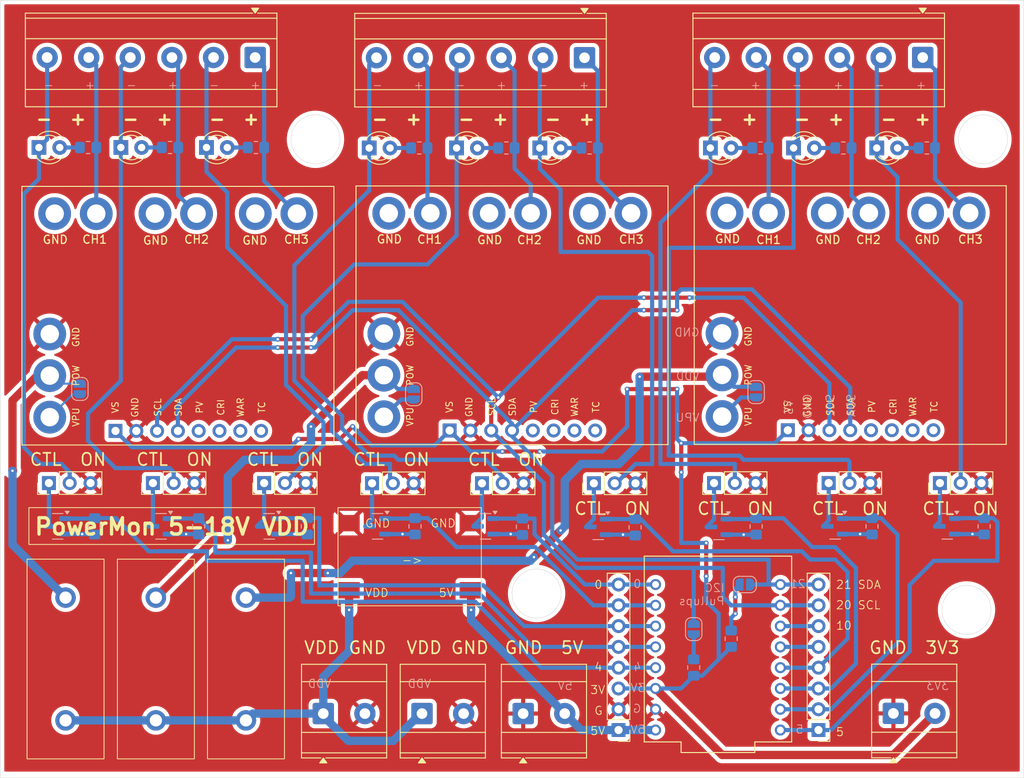
<source format=kicad_pcb>
(kicad_pcb (version 20241229) (generator "pcbnew") (generator_version "9.0")
  (layers (0 "F.Cu" signal) (2 "B.Cu" signal) (13 "F.Paste" user) (15 "B.Paste" user) (5 "F.SilkS" user "F.Silkscreen") (7 "B.SilkS" user "B.Silkscreen") (1 "F.Mask" user) (3 "B.Mask" user) (25 "Edge.Cuts" user))
  (net 0 "")
  (net 1 "Net-(D1-A)")
  (net 2 "Net-(D1-K)")
  (net 3 "Net-(D2-A)")
  (net 4 "Net-(D2-K)")
  (net 5 "Net-(D3-K)")
  (net 6 "Net-(D3-A)")
  (net 7 "Net-(D4-K)")
  (net 8 "Net-(D4-A)")
  (net 9 "Net-(D5-A)")
  (net 10 "Net-(D5-K)")
  (net 11 "Net-(D6-A)")
  (net 12 "Net-(D6-K)")
  (net 13 "Net-(D7-A)")
  (net 14 "Net-(D7-K)")
  (net 15 "Net-(D8-A)")
  (net 16 "Net-(D8-K)")
  (net 17 "Net-(D9-K)")
  (net 18 "Net-(D9-A)")
  (net 19 "Net-(J1-Pin_3)")
  (net 20 "Net-(J1-Pin_1)")
  (net 21 "Net-(J1-Pin_5)")
  (net 22 "GND")
  (net 23 "Net-(J2-Pin_1)")
  (net 24 "Net-(J3-Pin_1)")
  (net 25 "Net-(J4-Pin_1)")
  (net 26 "Net-(J5-Pin_3)")
  (net 27 "Net-(J5-Pin_1)")
  (net 28 "Net-(J5-Pin_5)")
  (net 29 "Net-(J6-Pin_1)")
  (net 30 "Net-(J7-Pin_1)")
  (net 31 "Net-(J8-Pin_1)")
  (net 32 "Net-(J9-Pin_5)")
  (net 33 "Net-(J9-Pin_1)")
  (net 34 "Net-(J9-Pin_3)")
  (net 35 "Net-(J10-Pin_1)")
  (net 36 "Net-(J11-Pin_1)")
  (net 37 "Net-(J12-Pin_1)")
  (net 38 "P0")
  (net 39 "P2")
  (net 40 "P1")
  (net 41 "P3")
  (net 42 "P5")
  (net 43 "P4")
  (net 44 "P6")
  (net 45 "P8")
  (net 46 "P7")
  (net 47 "P9")
  (net 48 "P10")
  (net 49 "+3V3")
  (net 62 "+5V")
  (net 63 "+12V")
  (net 64 "Net-(JP1-B)")
  (net 65 "Net-(JP2-B)")
  (net 66 "Net-(JP3-B)")
  (net 67 "Net-(JP1-A)")
  (net 68 "Net-(JP2-A)")
  (net 69 "Net-(JP3-A)")
  (net 76 "unconnected-(U1-CH3_GND-Pad14)")
  (net 78 "unconnected-(U3-CH3_GND-Pad14)")
  (net 79 "P21")
  (net 80 "P20")
  (net 81 "Net-(JP8-A)")
  (net 82 "Net-(JP12-A)")
  (footprint "Connector_PinHeader_2.54mm:PinHeader_1x03_P2.54mm_Vertical" (layer "F.Cu") (at 109.67 76.5 90)
    (property "Reference" "J10" (hide yes))
    (property "Value" "Conn_01x03_Pin" (hide yes))
  )
  (footprint "LED_THT:LED_D3.0mm" (layer "F.Cu") (at 88.392 35.56)
    (property "Reference" "D4" (hide yes))
    (property "Value" "LED")
  )
  (footprint "custom_footprints:INA3221_Module" (layer "F.Cu") (at 45.48 56.76 180)
    (property "Reference" "U1" (hide yes))
    (property "Value" "~")
  )
  (footprint "Connector_PinHeader_2.54mm:PinHeader_1x03_P2.54mm_Vertical" (layer "F.Cu") (at 81.33 76.53 90)
    (property "Reference" "J7" (hide yes))
    (property "Value" "Conn_01x03_Pin" (hide yes))
  )
  (footprint "Connector_PinHeader_2.54mm:PinHeader_1x03_P2.54mm_Vertical" (layer "F.Cu") (at 123.67 76.5 90)
    (property "Reference" "J11" (hide yes))
    (property "Value" "Conn_01x03_Pin" (hide yes))
  )
  (footprint "LED_THT:LED_D3.0mm" (layer "F.Cu") (at 27.23 35.5)
    (property "Reference" "D3" (hide yes))
    (property "Value" "LED")
  )
  (footprint "TerminalBlock_Phoenix:TerminalBlock_Phoenix_MKDS-3-2-5.08_1x02_P5.08mm_Horizontal" (layer "F.Cu") (at 61.955 104.6675)
    (property "Reference" "J18" (hide yes))
    (property "Value" "Conn_01x02_Pin" (hide yes))
  )
  (footprint "Connector_PinHeader_2.54mm:PinHeader_1x03_P2.54mm_Vertical" (layer "F.Cu") (at 41.148 76.5 90)
    (property "Reference" "J3" (hide yes))
    (property "Value" "Conn_01x03_Pin" (hide yes))
  )
  (footprint "Connector_PinHeader_2.54mm:PinHeader_1x03_P2.54mm_Vertical" (layer "F.Cu") (at 67.91 76.53 90)
    (property "Reference" "J6" (hide yes))
    (property "Value" "Conn_01x03_Pin" (hide yes))
  )
  (footprint "TerminalBlock_Phoenix:TerminalBlock_Phoenix_MKDS-3-2-5.08_1x02_P5.08mm_Horizontal" (layer "F.Cu") (at 74.008 104.6675)
    (property "Reference" "J17" (hide yes))
    (property "Value" "Conn_01x02_Pin" (hide yes))
  )
  (footprint "LED_THT:LED_D3.0mm" (layer "F.Cu") (at 37.23 35.5)
    (property "Reference" "D2" (hide yes))
    (property "Value" "LED")
  )
  (footprint "Connector_PinHeader_2.54mm:PinHeader_1x08_P2.54mm_Vertical" (layer "F.Cu") (at 98.008 106.68 180)
    (property "Reference" "J22" (hide yes))
    (property "Value" "Conn_01x08_Pin" (hide yes))
  )
  (footprint "Connector_PinHeader_2.54mm:PinHeader_1x08_P2.54mm_Vertical" (layer "F.Cu") (at 122.428 106.68 180)
    (property "Reference" "J21" (hide yes))
    (property "Value" "Conn_01x08_Pin" (hide yes))
  )
  (footprint "custom_footprints:MODULE_ESP32-C3_SUPERMINI_TH" (layer "F.Cu") (at 110.148 96.78 180)
    (property "Reference" "U5" (hide yes))
    (property "Value" "ESP32-C3_SUPERMINI_TH" (hide yes))
  )
  (footprint "LED_THT:LED_D3.0mm" (layer "F.Cu") (at 109.22 35.56)
    (property "Reference" "D9" (hide yes))
    (property "Value" "LED")
  )
  (footprint "TerminalBlock_Phoenix:TerminalBlock_Phoenix_MKDS-3-2-5.08_1x02_P5.08mm_Horizontal" (layer "F.Cu") (at 131.572 104.648)
    (property "Reference" "J20" (hide yes))
    (property "Value" "Conn_01x02_Pin" (hide yes))
  )
  (footprint "custom_footprints:Fuse Holder 15mm pin distance 5x20" (layer "F.Cu") (at 52.508 98 -90)
    (property "Reference" "F3" (hide yes))
    (property "Value" "Fuse")
  )
  (footprint "Connector_PinHeader_2.54mm:PinHeader_1x03_P2.54mm_Vertical" (layer "F.Cu") (at 137.25 76.5 90)
    (property "Reference" "J12" (hide yes))
    (property "Value" "Conn_01x03_Pin" (hide yes))
  )
  (footprint "LED_THT:LED_D3.0mm" (layer "F.Cu") (at 129.54 35.56)
    (property "Reference" "D7" (hide yes))
    (property "Value" "LED")
  )
  (footprint "custom_footprints:INA3221_Module" (layer "F.Cu") (at 127.58 56.68 180)
    (property "Reference" "U3" (hide yes))
    (property "Value" "~")
  )
  (footprint "LED_THT:LED_D3.0mm" (layer "F.Cu") (at 67.564 35.56)
    (property "Reference" "D6" (hide yes))
    (property "Value" "LED")
  )
  (footprint "LED_THT:LED_D3.0mm" (layer "F.Cu") (at 78.232 35.56)
    (property "Reference" "D5" (hide yes))
    (property "Value" "LED")
  )
  (footprint "custom_footprints:DC_DC_3A_Mini_Aliexpress" (layer "F.Cu") (at 72.5 85.5 90)
    (property "Reference" "U6" (hide yes))
    (property "Value" "~" (hide yes))
  )
  (footprint "TerminalBlock_Phoenix:TerminalBlock_Phoenix_MKDS-3-2-5.08_1x02_P5.08mm_Horizontal" (layer "F.Cu") (at 86.36 104.6675)
    (property "Reference" "J19" (hide yes))
    (property "Value" "Conn_01x02_Pin" (hide yes))
  )
  (footprint "LED_THT:LED_D3.0mm" (layer "F.Cu") (at 47.69 35.5)
    (property "Reference" "D1" (hide yes))
    (property "Value" "LED")
  )
  (footprint "TerminalBlock_Phoenix:TerminalBlock_Phoenix_MKDS-3-6-5.08_1x06_P5.08mm_Horizontal" (layer "F.Cu") (at 53.63 24.5 180)
    (property "Reference" "J1" (hide yes))
    (property "Value" "Screw_Terminal_01x06" (hide yes))
  )
  (footprint "custom_footprints:Fuse Holder 15mm pin distance 5x20" (layer "F.Cu") (at 30.48 98 -90)
    (property "Reference" "F1" (hide yes))
    (property "Value" "Fuse")
  )
  (footprint "TerminalBlock_Phoenix:TerminalBlock_Phoenix_MKDS-3-6-5.08_1x06_P5.08mm_Horizontal" (layer "F.Cu") (at 93.85 24.53 180)
    (property "Reference" "J5" (hide yes))
    (property "Value" "Screw_Terminal_01x06" (hide yes))
  )
  (footprint "custom_footprints:Fuse Holder 15mm pin distance 5x20" (layer "F.Cu") (at 41.508 98 -90)
    (property "Reference" "F2" (hide yes))
    (property "Value" "Fuse")
  )
  (footprint "Connector_PinHeader_2.54mm:PinHeader_1x03_P2.54mm_Vertical" (layer "F.Cu") (at 94.996 76.53 90)
    (property "Reference" "J8" (hide yes))
    (property "Value" "Conn_01x03_Pin" (hide yes))
  )
  (footprint "Connector_PinHeader_2.54mm:PinHeader_1x03_P2.54mm_Vertical" (layer "F.Cu") (at 54.73 76.5 90)
    (property "Reference" "J4" (hide yes))
    (property "Value" "Conn_01x03_Pin" (hide yes))
  )
  (footprint "LED_THT:LED_D3.0mm" (layer "F.Cu") (at 119.38 35.56)
    (property "Reference" "D8" (hide yes))
    (property "Value" "LED")
  )
  (footprint "Connector_PinHeader_2.54mm:PinHeader_1x03_P2.54mm_Vertical" (layer "F.Cu") (at 28.448 76.5 90)
    (property "Reference" "J2" (hide yes))
    (property "Value" "Conn_01x03_Pin" (hide yes))
  )
  (footprint "TerminalBlock_Phoenix:TerminalBlock_Phoenix_MKDS-3-6-5.08_1x06_P5.08mm_Horizontal" (layer "F.Cu") (at 135.15 24.5 180)
    (property "Reference" "J9" (hide yes))
    (property "Value" "Screw_Terminal_01x06" (hide yes))
  )
  (footprint "custom_footprints:INA3221_Module" (layer "F.Cu") (at 86.28 56.71 180)
    (property "Reference" "U2" (hide yes))
    (property "Value" "~")
  )
  (footprint "Jumper:SolderJumper-2_P1.3mm_Open_RoundedPad1.0x1.5mm" (layer "B.Cu") (at 107.188 94.346 90)
    (property "Reference" "JP8" (hide yes))
    (property "Value" "SolderJumper_2_Open" (hide yes))
  )
  (footprint "Resistor_SMD:R_0805_2012Metric_Pad1.20x1.40mm_HandSolder" (layer "B.Cu") (at 142.652 81.788 90)
    (property "Reference" "R25" (hide yes))
    (property "Value" "10k")
  )
  (footprint "Resistor_SMD:R_0805_2012Metric_Pad1.20x1.40mm_HandSolder" (layer "B.Cu") (at 84.312 35.56 180)
    (property "Reference" "R5" (hide yes))
    (property "Value" "R")
  )
  (footprint "Package_TO_SOT_SMD:SOT-23" (layer "B.Cu") (at 81.764 81.788 180)
    (property "Reference" "Q2" (hide yes))
    (property "Value" "Si2302CDS" (hide yes))
  )
  (footprint "Resistor_SMD:R_0805_2012Metric_Pad1.20x1.40mm_HandSolder" (layer "B.Cu") (at 73.676 35.56 180)
    (property "Reference" "R6" (hide yes))
    (property "Value" "R")
  )
  (footprint "Resistor_SMD:R_0805_2012Metric_Pad1.20x1.40mm_HandSolder" (layer "B.Cu") (at 60 81.788 90)
    (property "Reference" "R23" (hide yes))
    (property "Value" "10k")
  )
  (footprint "Resistor_SMD:R_0805_2012Metric_Pad1.20x1.40mm_HandSolder" (layer "B.Cu") (at 86.264 81.838 90)
    (property "Reference" "R19" (hide yes))
    (property "Value" "10k")
  )
  (footprint "Jumper:SolderJumper-2_P1.3mm_Open_RoundedPad1.0x1.5mm" (layer "B.Cu") (at 114.808 65.39 90)
    (property "Reference" "JP3" (hide yes))
    (property "Value" "SolderJumper_2_Open" (hide yes))
  )
  (footprint "Jumper:SolderJumper-2_P1.3mm_Open_RoundedPad1.0x1.5mm" (layer "B.Cu") (at 32.23 65 90)
    (property "Reference" "JP1" (hide yes))
    (property "Value" "SolderJumper_2_Open" (hide yes))
  )
  (footprint "Package_TO_SOT_SMD:SOT-23" (layer "B.Cu") (at 110.26 81.854 180)
    (property "Reference" "Q12" (hide yes))
    (property "Value" "Si2302CDS" (hide yes))
  )
  (footprint "custom_footprints:R_0805_2012Metric_Pad1.20x1.40mm_HandSolder" (layer "B.Cu") (at 107.188 99.044 -90)
    (property "Reference" "R20" (hide yes))
    (property "Value" "4k7" (hide yes))
  )
  (footprint "Package_TO_SOT_SMD:SOT-23" (layer "B.Cu") (at 68.58 81.788 180)
    (property "Reference" "Q11" (hide yes))
    (property "Value" "Si2302CDS" (hide yes))
  )
  (footprint "Resistor_SMD:R_0805_2012Metric_Pad1.20x1.40mm_HandSolder" (layer "B.Cu") (at 115.332 35.56 180)
    (property "Reference" "R9" (hide yes))
    (property "Value" "R")
  )
  (footprint "Package_TO_SOT_SMD:SOT-23" (layer "B.Cu") (at 95.528 81.854 180)
    (property "Reference" "Q5" (hide yes))
    (property "Value" "Si2302CDS" (hide yes))
  )
  (footprint "Resistor_SMD:R_0805_2012Metric_Pad1.20x1.40mm_HandSolder" (layer "B.Cu") (at 100.028 81.904 90)
    (property "Reference" "R24" (hide yes))
    (property "Value" "10k")
  )
  (footprint "Resistor_SMD:R_0805_2012Metric_Pad1.20x1.40mm_HandSolder" (layer "B.Cu") (at 53.73 35.5 180)
    (property "Reference" "R1" (hide yes))
    (property "Value" "R")
  )
  (footprint "Resistor_SMD:R_0805_2012Metric_Pad1.20x1.40mm_HandSolder" (layer "B.Cu") (at 114.808 81.804 90)
    (property "Reference" "R15" (hide yes))
    (property "Value" "10k")
  )
  (footprint "Package_TO_SOT_SMD:SOT-23" (layer "B.Cu") (at 138.152 81.788 180)
    (property "Reference" "Q6" (hide yes))
    (property "Value" "Si2302CDS" (hide yes))
  )
  (footprint "Resistor_SMD:R_0805_2012Metric_Pad1.20x1.40mm_HandSolder" (layer "B.Cu") (at 125.46 35.56 180)
    (property "Reference" "R8" (hide yes))
    (property "Value" "R")
  )
  (footprint "custom_footprints:R_0805_2012Metric_Pad1.20x1.40mm_HandSolder" (layer "B.Cu") (at 111.76 95.52 -90)
    (property "Reference" "R16" (hide yes))
    (property "Value" "4k7" (hide yes))
  )
  (footprint "Package_TO_SOT_SMD:SOT-23" (layer "B.Cu") (at 29.516 81.788 180)
    (property "Reference" "Q10" (hide yes))
    (property "Value" "Si2302CDS" (hide yes))
  )
  (footprint "Resistor_SMD:R_0805_2012Metric_Pad1.20x1.40mm_HandSolder" (layer "B.Cu") (at 34.036 81.788 90)
    (property "Reference" "R13" (hide yes))
    (property "Value" "10k")
  )
  (footprint "Resistor_SMD:R_0805_2012Metric_Pad1.20x1.40mm_HandSolder" (layer "B.Cu") (at 73.152 81.788 90)
    (property "Reference" "R14" (hide yes))
    (property "Value" "10k")
  )
  (footprint "Resistor_SMD:R_0805_2012Metric_Pad1.20x1.40mm_HandSolder" (layer "B.Cu") (at 43.23 35.5 180)
    (property "Reference" "R2" (hide yes))
    (property "Value" "R")
  )
  (footprint "Resistor_SMD:R_0805_2012Metric_Pad1.20x1.40mm_HandSolder" (layer "B.Cu") (at 33.23 35.5 180)
    (property "Reference" "R3" (hide yes))
    (property "Value" "R")
  )
  (footprint "Jumper:SolderJumper-2_P1.3mm_Open_RoundedPad1.0x1.5mm" (layer "B.Cu") (at 113.426 88.9)
    (property "Reference" "JP12" (hide yes))
    (property "Value" "SolderJumper_2_Open" (hide yes))
  )
  (footprint "Package_TO_SOT_SMD:SOT-23" (layer "B.Cu") (at 42.14 81.788 180)
    (property "Reference" "Q1" (hide yes))
    (property "Value" "Si2302CDS" (hide yes))
  )
  (footprint "Package_TO_SOT_SMD:SOT-23" (layer "B.Cu") (at 124.46 81.788 180)
    (property "Reference" "Q3" (hide yes))
    (property "Value" "Si2302CDS" (hide yes))
  )
  (footprint "Resistor_SMD:R_0805_2012Metric_Pad1.20x1.40mm_HandSolder" (layer "B.Cu") (at 128.96 81.788 90)
    (property "Reference" "R21" (hide yes))
    (property "Value" "10k")
  )
  (footprint "Resistor_SMD:R_0805_2012Metric_Pad1.20x1.40mm_HandSolder" (layer "B.Cu") (at 94.472 35.56 180)
    (property "Reference" "R4" (hide yes))
    (property "Value" "R")
  )
  (footprint "Resistor_SMD:R_0805_2012Metric_Pad1.20x1.40mm_HandSolder" (layer "B.Cu") (at 46.736 81.788 90)
    (property "Reference" "R18" (hide yes))
    (property "Value" "10k")
  )
  (footprint "Package_TO_SOT_SMD:SOT-23" (layer "B.Cu") (at 55.348 81.788 180)
    (property "Reference" "Q4" (hide yes))
    (property "Value" "Si2302CDS" (hide yes))
  )
  (footprint "Resistor_SMD:R_0805_2012Metric_Pad1.20x1.40mm_HandSolder" (layer "B.Cu") (at 135.652 35.56 180)
    (property "Reference" "R7" (hide yes))
    (property "Value" "R")
  )
  (footprint "Jumper:SolderJumper-2_P1.3mm_Open_RoundedPad1.0x1.5mm" (layer "B.Cu") (at 73 65.65 90)
    (property "Reference" "JP2" (hide yes))
    (property "Value" "SolderJumper_2_Open" (hide yes))
  )
  (gr_rect (start 26 79.5) (end 60.866 84) (stroke (width 0.1)) (fill no) (layer "F.SilkS"))
  (gr_circle (center 88 90) (end 91 90) (stroke (width 0.05)) (fill no) (layer "Edge.Cuts"))
  (gr_circle (center 140.5 92) (end 143.5 92) (stroke (width 0.05)) (fill no) (layer "Edge.Cuts"))
  (gr_rect (start 22.5 17.5) (end 147.5 112.5) (stroke (width 0.05)) (fill no) (layer "Edge.Cuts"))
  (gr_circle (center 61 34.5) (end 64 34.5) (stroke (width 0.05)) (fill no) (layer "Edge.Cuts"))
  (gr_circle (center 142.5 34.5) (end 145.5 34.5) (stroke (width 0.05)) (fill no) (layer "Edge.Cuts"))
  (gr_text "CTL  ON" (at 92.5 80.5 0) (layer "F.SilkS") (effects (font (size 1.5 1.5) (thickness 0.2) (bold yes)) (justify left bottom)))
  (gr_text "GND" (at 75 82 0) (layer "F.SilkS") (effects (font (size 1 1) (thickness 0.1)) (justify left bottom)))
  (gr_text "-  +    -  +    -  +" (at 40.5 32 0) (layer "F.SilkS") (effects (font (size 1.5 1.5) (thickness 0.3) (bold yes))))
  (gr_text "G" (at 94.996 104.902 0) (layer "F.SilkS") (effects (font (size 1 1) (thickness 0.1)) (justify left bottom)))
  (gr_text "PowerMon 5-18V VDD" (at 26.5 83 0) (layer "F.SilkS") (effects (font (size 2 2) (thickness 0.4) (bold yes)) (justify left bottom)))
  (gr_text "5V" (at 94.5 107.37 0) (layer "F.SilkS") (effects (font (size 1 1) (thickness 0.1)) (justify left bottom)))
  (gr_text "VDD GND" (at 59.5 97.5 0) (layer "F.SilkS") (effects (font (size 1.5 1.5) (thickness 0.2) (bold yes)) (justify left bottom)))
  (gr_text "CTL  ON" (at 79.5 74.5 0) (layer "F.SilkS") (effects (font (size 1.5 1.5) (thickness 0.2) (bold yes)) (justify left bottom)))
  (gr_text "VDD GND" (at 72 97.5 0) (layer "F.SilkS") (effects (font (size 1.5 1.5) (thickness 0.2) (bold yes)) (justify left bottom)))
  (gr_text "20 SCL" (at 124.5 92 0) (layer "F.SilkS") (effects (font (size 1 1) (thickness 0.1)) (justify left bottom)))
  (gr_text "21 SDA" (at 124.5 89.5 0) (layer "F.SilkS") (effects (font (size 1 1) (thickness 0.1)) (justify left bottom)))
  (gr_text "GND" (at 67 82 0) (layer "F.SilkS") (effects (font (size 1 1) (thickness 0.1)) (justify left bottom)))
  (gr_text "CTL  ON" (at 52.5 74.5 0) (layer "F.SilkS") (effects (font (size 1.5 1.5) (thickness 0.2) (bold yes)) (justify left bottom)))
  (gr_text "CTL  ON" (at 135 80.5 0) (layer "F.SilkS") (effects (font (size 1.5 1.5) (thickness 0.2) (bold yes)) (justify left bottom)))
  (gr_text "CTL  ON" (at 26 74.5 0) (layer "F.SilkS") (effects (font (size 1.5 1.5) (thickness 0.2) (bold yes)) (justify left bottom)))
  (gr_text "CTL  ON" (at 107.5 80.5 0) (layer "F.SilkS") (effects (font (size 1.5 1.5) (thickness 0.2) (bold yes)) (justify left bottom)))
  (gr_text "->" (at 71.5 86.5 0) (layer "F.SilkS") (effects (font (size 1 1) (thickness 0.1)) (justify left bottom)))
  (gr_text "GND  5V" (at 84 97.5 0) (layer "F.SilkS") (effects (font (size 1.5 1.5) (thickness 0.2) (bold yes)) (justify left bottom)))
  (gr_text "-  +    -  +    -  +" (at 81.5 32 0) (layer "F.SilkS") (effects (font (size 1.5 1.5) (thickness 0.3) (bold yes))))
  (gr_text "5V" (at 76 90.5 0) (layer "F.SilkS") (effects (font (size 1 1) (thickness 0.1)) (justify left bottom)))
  (gr_text "VDD" (at 67 90.5 0) (layer "F.SilkS") (effects (font (size 1 1) (thickness 0.1)) (justify left bottom)))
  (gr_text "10" (at 124.5 94.5 0) (layer "F.SilkS") (effects (font (size 1 1) (thickness 0.1)) (justify left bottom)))
  (gr_text "4" (at 94.996 99.568 0) (layer "F.SilkS") (effects (font (size 1 1) (thickness 0.1)) (justify left bottom)))
  (gr_text "GND  3V3" (at 128.5 97.5 0) (layer "F.SilkS") (effects (font (size 1.5 1.5) (thickness 0.2) (bold yes)) (justify left bottom)))
  (gr_text "CTL  ON" (at 121.5 80.5 0) (layer "F.SilkS") (effects (font (size 1.5 1.5) (thickness 0.2) (bold yes)) (justify left bottom)))
  (gr_text "CTL  ON" (at 39 74.5 0) (layer "F.SilkS") (effects (font (size 1.5 1.5) (thickness 0.2) (bold yes)) (justify left bottom)))
  (gr_text "3V" (at 94.5 102.362 0) (layer "F.SilkS") (effects (font (size 1 1) (thickness 0.1)) (justify left bottom)))
  (gr_text "0" (at 95 89.5 0) (layer "F.SilkS") (effects (font (size 1 1) (thickness 0.1)) (justify left bottom)))
  (gr_text "CTL  ON" (at 65.5 74.5 0) (layer "F.SilkS") (effects (font (size 1.5 1.5) (thickness 0.2) (bold yes)) (justify left bottom)))
  (gr_text "5" (at 124.5 107.5 0) (layer "F.SilkS") (effects (font (size 1 1) (thickness 0.1)) (justify left bottom)))
  (gr_text "-  +    -  +    -  +" (at 122.5 32 0) (layer "F.SilkS") (effects (font (size 1.5 1.5) (thickness 0.3) (bold yes))))
  (gr_text "+     -     +     -     +     -" (at 94.488 28.448 0) (layer "B.SilkS") (effects (font (size 1 1) (thickness 0.1)) (justify left bottom mirror)))
  (gr_text "+     -     +     -     +     -" (at 54.356 28.448 0) (layer "B.SilkS") (effects (font (size 1 1) (thickness 0.1)) (justify left bottom mirror)))
  (gr_text "VDD" (at 107.95 64.008 0) (layer "B.SilkS") (effects (font (size 1 1) (thickness 0.1)) (justify left bottom mirror)))
  (gr_text "3V" (at 101.346 102.108 0) (layer "B.SilkS") (effects (font (size 1 1) (thickness 0.1)) (justify left bottom mirror)))
  (gr_text "21" (at 120.904 89.408 0) (layer "B.SilkS") (effects (font (size 1 1) (thickness 0.1)) (justify left bottom mirror)))
  (gr_text "3V3" (at 138.43 101.854 0) (layer "B.SilkS") (effects (font (size 1 1) (thickness 0.1)) (justify left bottom mirror)))
  (gr_text "5V" (at 101.346 107.188 0) (layer "B.SilkS") (effects (font (size 1 1) (thickness 0.1)) (justify left bottom mirror)))
  (gr_text "I2C\nPullups" (at 111.025 91.5 0) (layer "B.SilkS") (effects (font (size 1 1) (thickness 0.1)) (justify left bottom mirror)))
  (gr_text "4" (at 100.838 99.568 0) (layer "B.SilkS") (effects (font (size 1 1) (thickness 0.1)) (justify left bottom mirror)))
  (gr_text "VDD" (at 75.184 101.6 0) (layer "B.SilkS") (effects (font (size 1 1) (thickness 0.1)) (justify left bottom mirror)))
  (gr_text "0" (at 100.838 89.408 0) (layer "B.SilkS") (effects (font (size 1 1) (thickness 0.1)) (justify left bottom mirror)))
  (gr_text "GND" (at 121.666 65.532 90) (layer "B.SilkS") (effects (font (size 1 1) (thickness 0.1)) (justify left bottom mirror)))
  (gr_text "+     -     +     -     +     -" (at 135.636 28.448 0) (layer "B.SilkS") (effects (font (size 1 1) (thickness 0.1)) (justify left bottom mirror)))
  (gr_text "G" (at 100.838 104.648 0) (layer "B.SilkS") (effects (font (size 1 1) (thickness 0.1)) (justify left bottom mirror)))
  (gr_text "GND" (at 107.95 58.674 0) (layer "B.SilkS") (effects (font (size 1 1) (thickness 0.1)) (justify left bottom mirror)))
  (gr_text "SDA" (at 127 65.532 90) (layer "B.SilkS") (effects (font (size 1 1) (thickness 0.1)) (justify left bottom mirror)))
  (gr_text "5V" (at 92.456 101.854 0) (layer "B.SilkS") (effects (font (size 1 1) (thickness 0.1)) (justify left bottom mirror)))
  (gr_text "VPU" (at 107.95 69.088 0) (layer "B.SilkS") (effects (font (size 1 1) (thickness 0.1)) (justify left bottom mirror)))
  (gr_text "5" (at 120.65 107.188 0) (layer "B.SilkS") (effects (font (size 1 1) (thickness 0.1)) (justify left bottom mirror)))
  (gr_text "SCL" (at 124.46 65.532 90) (layer "B.SilkS") (effects (font (size 1 1) (thickness 0.1)) (justify left bottom mirror)))
  (gr_text "VS" (at 119.38 66.294 90) (layer "B.SilkS") (effects (font (size 1 1) (thickness 0.1)) (justify left bottom mirror)))
  (gr_text "VDD" (at 62.992 101.6 0) (layer "B.SilkS") (effects (font (size 1 1) (thickness 0.1)) (justify left bottom mirror)))
  (segment (start 50.23 35.5) (end 52.73 35.5) (width 0.508) (layer "B.Cu") (net 1))
  (segment (start 50.23 41) (end 47.69 38.46) (width 0.508) (layer "B.Cu") (net 2))
  (segment (start 57.404 64.50934) (end 57.404 54.864) (width 0.508) (layer "B.Cu") (net 2))
  (segment (start 47.69 25.36) (end 48.55 24.5) (width 0.508) (layer "B.Cu") (net 2))
  (segment (start 47.69 38.46) (end 47.69 35.5) (width 0.508) (layer "B.Cu") (net 2))
  (segment (start 61.976 69.08134) (end 57.404 64.50934) (width 0.508) (layer "B.Cu") (net 2))
  (segment (start 47.69 35.5) (end 47.69 25.36) (width 0.508) (layer "B.Cu") (net 2))
  (segment (start 57.27 76.5) (end 61.976 71.794) (width 0.508) (layer "B.Cu") (net 2))
  (segment (start 57.404 54.864) (end 50.23 47.69) (width 0.508) (layer "B.Cu") (net 2))
  (segment (start 50.23 47.69) (end 50.23 41) (width 0.508) (layer "B.Cu") (net 2))
  (segment (start 61.976 71.794) (end 61.976 69.08134) (width 0.508) (layer "B.Cu") (net 2))
  (segment (start 39.77 35.5) (end 42.23 35.5) (width 0.508) (layer "B.Cu") (net 3))
  (segment (start 43.688 76.5) (end 43.688 75.184) (width 0.508) (layer "B.Cu") (net 4))
  (segment (start 37.23 25.66) (end 38.39 24.5) (width 0.508) (layer "B.Cu") (net 4))
  (segment (start 43.18 74.676) (end 36.576 74.676) (width 0.508) (layer "B.Cu") (net 4))
  (segment (start 37.23 35.5) (end 37.23 25.66) (width 0.508) (layer "B.Cu") (net 4))
  (segment (start 43.688 75.184) (end 43.18 74.676) (width 0.508) (layer "B.Cu") (net 4))
  (segment (start 33.23 68) (end 37.23 64) (width 0.508) (layer "B.Cu") (net 4))
  (segment (start 36.576 74.676) (end 33.23 71.33) (width 0.508) (layer "B.Cu") (net 4))
  (segment (start 33.23 71.33) (end 33.23 68) (width 0.508) (layer "B.Cu") (net 4))
  (segment (start 37.23 64) (end 37.23 34.08) (width 0.508) (layer "B.Cu") (net 4))
  (segment (start 28.23 24.5) (end 28.23 34.5) (width 0.508) (layer "B.Cu") (net 5))
  (segment (start 29.972 74.168) (end 27.432 74.168) (width 0.508) (layer "B.Cu") (net 5))
  (segment (start 28.23 34.5) (end 27.23 35.5) (width 0.508) (layer "B.Cu") (net 5))
  (segment (start 25.4 41.148) (end 27.23 39.318) (width 0.508) (layer "B.Cu") (net 5))
  (segment (start 30.988 76.5) (end 30.988 75.184) (width 0.508) (layer "B.Cu") (net 5))
  (segment (start 25.4 72.136) (end 25.4 41.148) (width 0.508) (layer "B.Cu") (net 5))
  (segment (start 27.23 39.318) (end 27.23 35.5) (width 0.508) (layer "B.Cu") (net 5))
  (segment (start 30.988 75.184) (end 29.972 74.168) (width 0.508) (layer "B.Cu") (net 5))
  (segment (start 27.432 74.168) (end 25.4 72.136) (width 0.508) (layer "B.Cu") (net 5))
  (segment (start 29.77 35.5) (end 32.23 35.5) (width 0.508) (layer "B.Cu") (net 6))
  (segment (start 88.392 38.1) (end 88.392 35.56) (width 0.508) (layer "B.Cu") (net 7))
  (segment (start 90.932 48.26) (end 90.932 40.64) (width 0.508) (layer "B.Cu") (net 7))
  (segment (start 102.108 74.168) (end 102.108 48.768) (width 0.508) (layer "B.Cu") (net 7))
  (segment (start 88.392 35.56) (end 88.392 24.908) (width 0.508) (layer "B.Cu") (net 7))
  (segment (start 101.6 48.26) (end 90.932 48.26) (width 0.508) (layer "B.Cu") (net 7))
  (segment (start 88.392 24.908) (end 88.77 24.53) (width 0.508) (layer "B.Cu") (net 7))
  (segment (start 102.108 48.768) (end 101.6 48.26) (width 0.508) (layer "B.Cu") (net 7))
  (segment (start 100.076 74.168) (end 102.108 74.168) (width 0.508) (layer "B.Cu") (net 7))
  (segment (start 97.536 76.53) (end 97.714 76.53) (width 0.508) (layer "B.Cu") (net 7))
  (segment (start 90.932 40.64) (end 88.392 38.1) (width 0.508) (layer "B.Cu") (net 7))
  (segment (start 97.714 76.53) (end 100.076 74.168) (width 0.508) (layer "B.Cu") (net 7))
  (segment (start 90.932 35.56) (end 93.472 35.56) (width 0.508) (layer "B.Cu") (net 8))
  (segment (start 80.772 35.56) (end 83.312 35.56) (width 0.508) (layer "B.Cu") (net 9))
  (segment (start 59.436 56.081) (end 59.436 63.5) (width 0.508) (layer "B.Cu") (net 10))
  (segment (start 83.87 75.742) (end 83.87 76.53) (width 0.508) (layer "B.Cu") (net 10))
  (segment (start 65.733 49.784) (end 59.436 56.081) (width 0.508) (layer "B.Cu") (net 10))
  (segment (start 64.262 69.85) (end 67.564 73.152) (width 0.508) (layer "B.Cu") (net 10))
  (segment (start 64.262 68.326) (end 64.262 69.85) (width 0.508) (layer "B.Cu") (net 10))
  (segment (start 70.612 73.152) (end 71.12 73.66) (width 0.508) (layer "B.Cu") (net 10))
  (segment (start 74.676 49.784) (end 65.733 49.784) (width 0.508) (layer "B.Cu") (net 10))
  (segment (start 59.436 63.5) (end 64.262 68.326) (width 0.508) (layer "B.Cu") (net 10))
  (segment (start 78.232 24.908) (end 78.61 24.53) (width 0.508) (layer "B.Cu") (net 10))
  (segment (start 78.232 46.228) (end 74.676 49.784) (width 0.508) (layer "B.Cu") (net 10))
  (segment (start 78.232 35.56) (end 78.232 24.908) (width 0.508) (layer "B.Cu") (net 10))
  (segment (start 67.564 73.152) (end 70.612 73.152) (width 0.508) (layer "B.Cu") (net 10))
  (segment (start 71.12 73.66) (end 81.788 73.66) (width 0.508) (layer "B.Cu") (net 10))
  (segment (start 81.788 73.66) (end 83.87 75.742) (width 0.508) (layer "B.Cu") (net 10))
  (segment (start 78.232 35.56) (end 78.232 46.228) (width 0.508) (layer "B.Cu") (net 10))
  (segment (start 70.104 35.56) (end 72.676 35.56) (width 0.508) (layer "B.Cu") (net 11))
  (segment (start 70.104 74.168) (end 70.104 76.53) (width 0.508) (layer "B.Cu") (net 12))
  (segment (start 70.104 76.53) (end 70.45 76.53) (width 0.508) (layer "B.Cu") (net 12))
  (segment (start 67.564 25.416) (end 68.45 24.53) (width 0.508) (layer "B.Cu") (net 12))
  (segment (start 67.564 40.740784) (end 58.42 49.884784) (width 0.508) (layer "B.Cu") (net 12))
  (segment (start 67.564 35.56) (end 67.564 25.416) (width 0.508) (layer "B.Cu") (net 12))
  (segment (start 62.992 70.104) (end 67.056 74.168) (width 0.508) (layer "B.Cu") (net 12))
  (segment (start 67.564 35.56) (end 67.564 40.740784) (width 0.508) (layer "B.Cu") (net 12))
  (segment (start 67.056 74.168) (end 70.104 74.168) (width 0.508) (layer "B.Cu") (net 12))
  (segment (start 58.42 49.884784) (end 58.42 64.008) (width 0.508) (layer "B.Cu") (net 12))
  (segment (start 58.42 64.008) (end 62.992 68.58) (width 0.508) (layer "B.Cu") (net 12))
  (segment (start 62.992 68.58) (end 62.992 70.104) (width 0.508) (layer "B.Cu") (net 12))
  (segment (start 132.08 35.56) (end 134.652 35.56) (width 0.508) (layer "B.Cu") (net 13))
  (segment (start 129.54 35.56) (end 129.54 25.03) (width 0.508) (layer "B.Cu") (net 14))
  (segment (start 129.54 25.03) (end 130.07 24.5) (width 0.508) (layer "B.Cu") (net 14))
  (segment (start 132.08 39.116) (end 132.08 46.736) (width 0.508) (layer "B.Cu") (net 14))
  (segment (start 129.54 36.576) (end 132.08 39.116) (width 0.508) (layer "B.Cu") (net 14))
  (segment (start 129.54 35.56) (end 129.54 36.576) (width 0.508) (layer "B.Cu") (net 14))
  (segment (start 139.79 54.446) (end 139.79 76.5) (width 0.508) (layer "B.Cu") (net 14))
  (segment (start 132.08 46.736) (end 139.79 54.446) (width 0.508) (layer "B.Cu") (net 14))
  (segment (start 121.92 35.56) (end 124.46 35.56) (width 0.508) (layer "B.Cu") (net 15))
  (segment (start 119.91 34.522) (end 119.91 24.5) (width 0.508) (layer "B.Cu") (net 16))
  (segment (start 104.14 73.152) (end 104.14 47.752) (width 0.508) (layer "B.Cu") (net 16))
  (segment (start 113.284 73.66) (end 112.776 73.152) (width 0.508) (layer "B.Cu") (net 16))
  (segment (start 119.38 47.752) (end 119.38 35.56) (width 0.508) (layer "B.Cu") (net 16))
  (segment (start 112.776 73.152) (end 104.14 73.152) (width 0.508) (layer "B.Cu") (net 16))
  (segment (start 119.38 35.052) (end 119.91 34.522) (width 0.508) (layer "B.Cu") (net 16))
  (segment (start 104.14 47.752) (end 119.38 47.752) (width 0.508) (layer "B.Cu") (net 16))
  (segment (start 125.984 73.66) (end 113.284 73.66) (width 0.508) (layer "B.Cu") (net 16))
  (segment (start 126.21 76.5) (end 126.21 73.886) (width 0.508) (layer "B.Cu") (net 16))
  (segment (start 119.38 35.56) (end 119.38 35.052) (width 0.508) (layer "B.Cu") (net 16))
  (segment (start 126.21 73.886) (end 125.984 73.66) (width 0.508) (layer "B.Cu") (net 16))
  (segment (start 109.22 38.608) (end 103.124 44.704) (width 0.508) (layer "B.Cu") (net 17))
  (segment (start 109.22 35.56) (end 109.22 25.03) (width 0.508) (layer "B.Cu") (net 17))
  (segment (start 109.22 35.56) (end 109.22 38.608) (width 0.508) (layer "B.Cu") (net 17))
  (segment (start 112.21 74.168) (end 112.21 76.5) (width 0.508) (layer "B.Cu") (net 17))
  (segment (start 103.124 74.168) (end 112.21 74.168) (width 0.508) (layer "B.Cu") (net 17))
  (segment (start 109.22 25.03) (end 109.75 24.5) (width 0.508) (layer "B.Cu") (net 17))
  (segment (start 103.124 44.704) (end 103.124 74.168) (width 0.508) (layer "B.Cu") (net 17))
  (segment (start 111.76 35.56) (end 114.332 35.56) (width 0.508) (layer "B.Cu") (net 18))
  (segment (start 44.23 35.5) (end 44.23 41.33) (width 0.508) (layer "B.Cu") (net 19))
  (segment (start 44.23 41.33) (end 46.48 43.58) (width 0.508) (layer "B.Cu") (net 19))
  (segment (start 44.23 35.5) (end 44.23 25.26) (width 0.508) (layer "B.Cu") (net 19))
  (segment (start 44.23 25.26) (end 43.47 24.5) (width 0.508) (layer "B.Cu") (net 19))
  (segment (start 54.73 35.5) (end 54.73 39.58) (width 0.508) (layer "B.Cu") (net 20))
  (segment (start 54.73 35.5) (end 54.73 25.6) (width 0.508) (layer "B.Cu") (net 20))
  (segment (start 54.73 39.58) (end 58.73 43.58) (width 0.508) (layer "B.Cu") (net 20))
  (segment (start 54.73 25.6) (end 53.63 24.5) (width 0.508) (layer "B.Cu") (net 20))
  (segment (start 34.23 35.5) (end 34.23 25.42) (width 0.508) (layer "B.Cu") (net 21))
  (segment (start 34.23 25.42) (end 33.31 24.5) (width 0.2) (layer "B.Cu") (net 21))
  (segment (start 34.23 35.5) (end 34.23 43.58) (width 0.508) (layer "B.Cu") (net 21))
  (via (at 141.224 82.738) (size 0.6) (drill 0.3) (layers "F.Cu" "B.Cu") (net 22))
  (via (at 71.628 82.738) (size 0.6) (drill 0.3) (layers "F.Cu" "B.Cu") (net 22))
  (via (at 58.42 82.738) (size 0.6) (drill 0.3) (layers "F.Cu" "B.Cu") (net 22))
  (via (at 113.284 82.804) (size 0.6) (drill 0.3) (layers "F.Cu" "B.Cu") (net 22))
  (via (at 98.552 82.804) (size 0.6) (drill 0.3) (layers "F.Cu" "B.Cu") (net 22))
  (via (at 127.508 82.738) (size 0.6) (drill 0.3) (layers "F.Cu" "B.Cu") (net 22))
  (via (at 45.212 82.738) (size 0.6) (drill 0.3) (layers "F.Cu" "B.Cu") (net 22))
  (via (at 32.512 82.738) (size 0.6) (drill 0.3) (layers "F.Cu" "B.Cu") (net 22))
  (via (at 84.836 82.738) (size 0.6) (drill 0.3) (layers "F.Cu" "B.Cu") (net 22))
  (segment (start 128.91 82.738) (end 128.96 82.788) (width 0.508) (layer "B.Cu") (net 22))
  (segment (start 58.42 82.738) (end 59.95 82.738) (width 0.508) (layer "B.Cu") (net 22))
  (segment (start 141.224 82.738) (end 142.602 82.738) (width 0.508) (layer "B.Cu") (net 22))
  (segment (start 99.928 82.804) (end 100.028 82.904) (width 0.508) (layer "B.Cu") (net 22))
  (segment (start 97.028 82.804) (end 98.552 82.804) (width 0.508) (layer "B.Cu") (net 22))
  (segment (start 43.64 82.738) (end 45.212 82.738) (width 0.508) (layer "B.Cu") (net 22))
  (segment (start 86.164 82.738) (end 86.264 82.838) (width 0.508) (layer "B.Cu") (net 22))
  (segment (start 70.08 82.738) (end 71.628 82.738) (width 0.508) (layer "B.Cu") (net 22))
  (segment (start 139.652 82.738) (end 141.224 82.738) (width 0.508) (layer "B.Cu") (net 22))
  (segment (start 142.602 82.738) (end 142.652 82.788) (width 0.508) (layer "B.Cu") (net 22))
  (segment (start 71.628 82.738) (end 73.102 82.738) (width 0.508) (layer "B.Cu") (net 22))
  (segment (start 73.102 82.738) (end 73.152 82.788) (width 0.508) (layer "B.Cu") (net 22))
  (segment (start 84.836 82.738) (end 86.164 82.738) (width 0.508) (layer "B.Cu") (net 22))
  (segment (start 33.986 82.738) (end 34.036 82.788) (width 0.508) (layer "B.Cu") (net 22))
  (segment (start 127.508 82.738) (end 128.91 82.738) (width 0.508) (layer "B.Cu") (net 22))
  (segment (start 31.016 82.738) (end 32.512 82.738) (width 0.508) (layer "B.Cu") (net 22))
  (segment (start 83.264 82.738) (end 84.836 82.738) (width 0.508) (layer "B.Cu") (net 22))
  (segment (start 59.95 82.738) (end 60 82.788) (width 0.508) (layer "B.Cu") (net 22))
  (segment (start 98.552 82.804) (end 99.928 82.804) (width 0.508) (layer "B.Cu") (net 22))
  (segment (start 46.686 82.738) (end 46.736 82.788) (width 0.508) (layer "B.Cu") (net 22))
  (segment (start 32.512 82.738) (end 33.986 82.738) (width 0.508) (layer "B.Cu") (net 22))
  (segment (start 111.76 82.804) (end 113.284 82.804) (width 0.508) (layer "B.Cu") (net 22))
  (segment (start 113.284 82.804) (end 114.808 82.804) (width 0.508) (layer "B.Cu") (net 22))
  (segment (start 58.42 82.738) (end 56.848 82.738) (width 0.508) (layer "B.Cu") (net 22))
  (segment (start 45.212 82.738) (end 46.686 82.738) (width 0.508) (layer "B.Cu") (net 22))
  (segment (start 125.96 82.738) (end 127.508 82.738) (width 0.508) (layer "B.Cu") (net 22))
  (segment (start 28.448 81.356) (end 28.016 81.788) (width 0.508) (layer "B.Cu") (net 23))
  (segment (start 28.448 76.5) (end 28.448 81.356) (width 0.508) (layer "B.Cu") (net 23))
  (segment (start 41.148 81.28) (end 40.64 81.788) (width 0.508) (layer "B.Cu") (net 24))
  (segment (start 41.148 76.5) (end 41.148 81.28) (width 0.508) (layer "B.Cu") (net 24))
  (segment (start 53.848 81.788) (end 54.73 80.906) (width 0.508) (layer "B.Cu") (net 25))
  (segment (start 54.73 80.906) (end 54.73 76.5) (width 0.508) (layer "B.Cu") (net 25))
  (segment (start 85.312 35.56) (end 85.312 38.068) (width 0.508) (layer "B.Cu") (net 26))
  (segment (start 87.28 40.036) (end 87.28 43.53) (width 0.508) (layer "B.Cu") (net 26))
  (segment (start 85.312 26.152) (end 83.69 24.53) (width 0.508) (layer "B.Cu") (net 26))
  (segment (start 85.312 35.56) (end 85.312 26.152) (width 0.508) (layer "B.Cu") (net 26))
  (segment (start 85.312 38.068) (end 87.28 40.036) (width 0.508) (layer "B.Cu") (net 26))
  (segment (start 95.472 35.56) (end 95.472 26.152) (width 0.508) (layer "B.Cu") (net 27))
  (segment (start 95.472 26.152) (end 93.85 24.53) (width 0.508) (layer "B.Cu") (net 27))
  (segment (start 95.472 39.472) (end 99.53 43.53) (width 0.508) (layer "B.Cu") (net 27))
  (segment (start 95.472 35.56) (end 95.472 39.472) (width 0.508) (layer "B.Cu") (net 27))
  (segment (start 74.676 35.56) (end 74.676 25.676) (width 0.508) (layer "B.Cu") (net 28))
  (segment (start 74.676 25.676) (end 73.53 24.53) (width 0.508) (layer "B.Cu") (net 28))
  (segment (start 74.676 35.56) (end 74.676 43.176) (width 0.508) (layer "B.Cu") (net 28))
  (segment (start 74.676 43.176) (end 75.03 43.53) (width 0.508) (layer "B.Cu") (net 28))
  (segment (start 67.91 80.958) (end 67.08 81.788) (width 0.508) (layer "B.Cu") (net 29))
  (segment (start 67.91 76.53) (end 67.91 80.958) (width 0.508) (layer "B.Cu") (net 29))
  (segment (start 81.33 76.53) (end 81.33 80.722) (width 0.508) (layer "B.Cu") (net 30))
  (segment (start 81.33 80.722) (end 80.264 81.788) (width 0.508) (layer "B.Cu") (net 30))
  (segment (start 94.996 80.886) (end 94.028 81.854) (width 0.508) (layer "B.Cu") (net 31))
  (segment (start 94.996 76.53) (end 94.996 80.886) (width 0.508) (layer "B.Cu") (net 31))
  (segment (start 116.332 35.814) (end 116.33 35.816) (width 0.508) (layer "B.Cu") (net 32))
  (segment (start 116.332 26.002) (end 114.83 24.5) (width 0.508) (layer "B.Cu") (net 32))
  (segment (start 116.332 35.56) (end 116.332 26.002) (width 0.508) (layer "B.Cu") (net 32))
  (segment (start 116.332 35.56) (end 116.332 35.814) (width 0.508) (layer "B.Cu") (net 32))
  (segment (start 116.33 35.816) (end 116.33 43.5) (width 0.508) (layer "B.Cu") (net 32))
  (segment (start 136.652 26.002) (end 135.15 24.5) (width 0.508) (layer "B.Cu") (net 33))
  (segment (start 136.652 39.322) (end 140.83 43.5) (width 0.508) (layer "B.Cu") (net 33))
  (segment (start 136.652 35.56) (end 136.652 39.322) (width 0.508) (layer "B.Cu") (net 33))
  (segment (start 136.652 35.56) (end 136.652 26.002) (width 0.508) (layer "B.Cu") (net 33))
  (segment (start 126.46 25.97) (end 124.99 24.5) (width 0.508) (layer "B.Cu") (net 34))
  (segment (start 126.46 35.56) (end 126.46 41.38) (width 0.508) (layer "B.Cu") (net 34))
  (segment (start 126.46 35.56) (end 126.46 25.97) (width 0.508) (layer "B.Cu") (net 34))
  (segment (start 126.46 41.38) (end 128.58 43.5) (width 0.508) (layer "B.Cu") (net 34))
  (segment (start 109.67 80.944) (end 108.76 81.854) (width 0.508) (layer "B.Cu") (net 35))
  (segment (start 109.67 76.5) (end 109.67 80.944) (width 0.508) (layer "B.Cu") (net 35))
  (segment (start 123.67 81.078) (end 122.96 81.788) (width 0.508) (layer "B.Cu") (net 36))
  (segment (start 123.67 76.5) (end 123.67 81.078) (width 0.508) (layer "B.Cu") (net 36))
  (segment (start 136.652 81.788) (end 137.25 81.19) (width 0.508) (layer "B.Cu") (net 37))
  (segment (start 137.25 81.19) (end 137.25 76.5) (width 0.508) (layer "B.Cu") (net 37))
  (segment (start 87.748728 82.748728) (end 87.748728 80.838) (width 0.508) (layer "B.Cu") (net 38))
  (segment (start 83.264 80.838) (end 86.264 80.838) (width 0.508) (layer "B.Cu") (net 38))
  (segment (start 87.748728 80.838) (end 86.264 80.838) (width 0.508) (layer "B.Cu") (net 38))
  (segment (start 102.528 88.9) (end 98.008 88.9) (width 0.508) (layer "B.Cu") (net 38))
  (segment (start 98.008 88.9) (end 93.9 88.9) (width 0.508) (layer "B.Cu") (net 38))
  (segment (start 93.9 88.9) (end 87.748728 82.748728) (width 0.508) (layer "B.Cu") (net 38))
  (segment (start 60.016 80.772) (end 60 80.788) (width 0.508) (layer "B.Cu") (net 39))
  (segment (start 86.48 93.98) (end 81.5 89) (width 0.508) (layer "B.Cu") (net 39))
  (segment (start 60 80.788) (end 56.898 80.788) (width 0.508) (layer "B.Cu") (net 39))
  (segment (start 102.528 93.98) (end 98.008 93.98) (width 0.508) (layer "B.Cu") (net 39))
  (segment (start 56.898 80.788) (end 56.848 80.838) (width 0.508) (layer "B.Cu") (net 39))
  (segment (start 59.95 80.838) (end 60 80.788) (width 0.508) (layer "B.Cu") (net 39))
  (segment (start 61.468 80.772) (end 60.016 80.772) (width 0.508) (layer "B.Cu") (net 39))
  (segment (start 81.5 89) (end 61.468 89) (width 0.508) (layer "B.Cu") (net 39))
  (segment (start 98.008 93.98) (end 86.48 93.98) (width 0.508) (layer "B.Cu") (net 39))
  (segment (start 61.468 89) (end 61.468 80.772) (width 0.508) (layer "B.Cu") (net 39))
  (segment (start 98.008 91.44) (end 94.94 91.44) (width 0.508) (layer "B.Cu") (net 40))
  (segment (start 73.102 80.838) (end 73.152 80.788) (width 0.508) (layer "B.Cu") (net 40))
  (segment (start 70.08 80.838) (end 73.102 80.838) (width 0.508) (layer "B.Cu") (net 40))
  (segment (start 74.692 80.788) (end 73.152 80.788) (width 0.508) (layer "B.Cu") (net 40))
  (segment (start 98.008 91.404) (end 98.008 91.44) (width 0.508) (layer "B.Cu") (net 40))
  (segment (start 102.528 91.44) (end 98.008 91.44) (width 0.508) (layer "B.Cu") (net 40))
  (segment (start 87.828 84.328) (end 78.232 84.328) (width 0.508) (layer "B.Cu") (net 40))
  (segment (start 94.94 91.44) (end 87.828 84.328) (width 0.508) (layer "B.Cu") (net 40))
  (segment (start 78.232 84.328) (end 74.692 80.788) (width 0.508) (layer "B.Cu") (net 40))
  (segment (start 98.008 96.52) (end 87.52 96.52) (width 0.508) (layer "B.Cu") (net 41))
  (segment (start 87.52 96.52) (end 81 90) (width 0.508) (layer "B.Cu") (net 41))
  (segment (start 81 90) (end 60.452 90) (width 0.508) (layer "B.Cu") (net 41))
  (segment (start 43.64 80.838) (end 46.686 80.838) (width 0.508) (layer "B.Cu") (net 41))
  (segment (start 46.686 80.838) (end 46.736 80.788) (width 0.508) (layer "B.Cu") (net 41))
  (segment (start 48.768 85) (end 48.768 82.82) (width 0.508) (layer "B.Cu") (net 41))
  (segment (start 48.768 82.82) (end 46.736 80.788) (width 0.508) (layer "B.Cu") (net 41))
  (segment (start 60.452 90) (end 60.452 85) (width 0.508) (layer "B.Cu") (net 41))
  (segment (start 60.452 85) (end 48.768 85) (width 0.508) (layer "B.Cu") (net 41))
  (segment (start 102.528 96.52) (end 98.008 96.52) (width 0.508) (layer "B.Cu") (net 41))
  (segment (start 142.652 80.788) (end 139.702 80.788) (width 0.508) (layer "B.Cu") (net 42))
  (segment (start 133.566 97.066) (end 133.566 88.934) (width 0.508) (layer "B.Cu") (net 42))
  (segment (start 143.78 80.788) (end 142.652 80.788) (width 0.508) (layer "B.Cu") (net 42))
  (segment (start 144.272 86) (end 144.272 81.28) (width 0.508) (layer "B.Cu") (net 42))
  (segment (start 117.768 106.68) (end 122.428 106.68) (width 0.508) (layer "B.Cu") (net 42))
  (segment (start 136.5 86) (end 144.272 86) (width 0.508) (layer "B.Cu") (net 42))
  (segment (start 123.952 106.68) (end 133.566 97.066) (width 0.508) (layer "B.Cu") (net 42))
  (segment (start 144.272 81.28) (end 143.78 80.788) (width 0.508) (layer "B.Cu") (net 42))
  (segment (start 122.428 106.68) (end 123.952 106.68) (width 0.508) (layer "B.Cu") (net 42))
  (segment (start 133.566 88.934) (end 136.5 86) (width 0.508) (layer "B.Cu") (net 42))
  (segment (start 139.702 80.788) (end 139.652 80.838) (width 0.508) (layer "B.Cu") (net 42))
  (segment (start 59.436 86) (end 47.752 86) (width 0.508) (layer "B.Cu") (net 43))
  (segment (start 98.008 99.06) (end 88.56 99.06) (width 0.508) (layer "B.Cu") (net 43))
  (segment (start 59.436 91) (end 59.436 86) (width 0.508) (layer "B.Cu") (net 43))
  (segment (start 40.64 84.836) (end 36.592 80.788) (width 0.508) (layer "B.Cu") (net 43))
  (segment (start 31.016 80.838) (end 33.986 80.838) (width 0.508) (layer "B.Cu") (net 43))
  (segment (start 47.752 84.836) (end 40.64 84.836) (width 0.508) (layer "B.Cu") (net 43))
  (segment (start 33.986 80.838) (end 34.036 80.788) (width 0.508) (layer "B.Cu") (net 43))
  (segment (start 88.56 99.06) (end 80.5 91) (width 0.508) (layer "B.Cu") (net 43))
  (segment (start 80.5 91) (end 59.436 91) (width 0.508) (layer "B.Cu") (net 43))
  (segment (start 102.528 99.06) (end 98.008 99.06) (width 0.508) (layer "B.Cu") (net 43))
  (segment (start 47.752 86) (end 47.752 84.836) (width 0.508) (layer "B.Cu") (net 43))
  (segment (start 36.592 80.788) (end 34.036 80.788) (width 0.508) (layer "B.Cu") (net 43))
  (segment (start 128.91 80.838) (end 128.96 80.788) (width 0.508) (layer "B.Cu") (net 44))
  (segment (start 125.96 80.838) (end 128.91 80.838) (width 0.508) (layer "B.Cu") (net 44))
  (segment (start 130.064 80.788) (end 128.96 80.788) (width 0.508) (layer "B.Cu") (net 44))
  (segment (start 123.952 104.14) (end 132.08 96.012) (width 0.508) (layer "B.Cu") (net 44))
  (segment (start 122.428 104.14) (end 117.768 104.14) (width 0.508) (layer "B.Cu") (net 44))
  (segment (start 132.08 82.804) (end 130.064 80.788) (width 0.508) (layer "B.Cu") (net 44))
  (segment (start 122.428 104.14) (end 123.952 104.14) (width 0.508) (layer "B.Cu") (net 44))
  (segment (start 132.08 96.012) (end 132.08 82.804) (width 0.508) (layer "B.Cu") (net 44))
  (segment (start 122.428 99.06) (end 117.768 99.06) (width 0.508) (layer "B.Cu") (net 45))
  (segment (start 122.428 99.06) (end 125.984 95.504) (width 0.508) (layer "B.Cu") (net 45))
  (segment (start 125.984 87.376) (end 124.46 85.852) (width 0.508) (layer "B.Cu") (net 45))
  (segment (start 124.46 85.852) (end 121.412 85.852) (width 0.508) (layer "B.Cu") (net 45))
  (segment (start 121.412 85.852) (end 120.396 84.836) (width 0.508) (layer "B.Cu") (net 45))
  (segment (start 104.648 84.836) (end 100.716 80.904) (width 0.508) (layer "B.Cu") (net 45))
  (segment (start 97.028 80.904) (end 100.028 80.904) (width 0.508) (layer "B.Cu") (net 45))
  (segment (start 120.396 84.836) (end 104.648 84.836) (width 0.508) (layer "B.Cu") (net 45))
  (segment (start 125.984 95.504) (end 125.984 87.376) (width 0.508) (layer "B.Cu") (net 45))
  (segment (start 100.716 80.904) (end 100.028 80.904) (width 0.508) (layer "B.Cu") (net 45))
  (segment (start 124.46 84.328) (end 121.666 84.328) (width 0.508) (layer "B.Cu") (net 46))
  (segment (start 122.428 101.6) (end 117.768 101.6) (width 0.508) (layer "B.Cu") (net 46))
  (segment (start 121.666 84.328) (end 118.142 80.804) (width 0.508) (layer "B.Cu") (net 46))
  (segment (start 111.76 80.904) (end 114.708 80.904) (width 0.508) (layer "B.Cu") (net 46))
  (segment (start 123.952 101.6) (end 127 98.552) (width 0.508) (layer "B.Cu") (net 46))
  (segment (start 122.428 101.6) (end 123.952 101.6) (width 0.508) (layer "B.Cu") (net 46))
  (segment (start 114.708 80.904) (end 114.808 80.804) (width 0.508) (layer "B.Cu") (net 46))
  (segment (start 118.142 80.804) (end 114.808 80.804) (width 0.508) (layer "B.Cu") (net 46))
  (segment (start 127 98.552) (end 127 86.868) (width 0.508) (layer "B.Cu") (net 46))
  (segment (start 127 86.868) (end 124.46 84.328) (width 0.508) (layer "B.Cu") (net 46))
  (segment (start 122.428 96.52) (end 117.768 96.52) (width 0.508) (layer "B.Cu") (net 47))
  (segment (start 122.428 93.98) (end 117.768 93.98) (width 0.508) (layer "B.Cu") (net 48))
  (segment (start 108.712 83.82) (end 108.712 87.884) (width 0.508) (layer "F.Cu") (net 49))
  (segment (start 105.664 71.628) (end 105.664 75.184) (width 0.508) (layer "F.Cu") (net 49))
  (segment (start 64.008 71.12) (end 58.928 71.12) (width 0.508) (layer "F.Cu") (net 49))
  (segment (start 65.532 69.596) (end 64.008 71.12) (width 0.508) (layer "F.Cu") (net 49))
  (segment (start 105.156 65.024) (end 99.06 65.024) (width 0.508) (layer "F.Cu") (net 49))
  (segment (start 131.572 109.728) (end 110.656 109.728) (width 1.016) (layer "F.Cu") (net 49))
  (segment (start 110.656 109.728) (end 102.528 101.6) (width 1.016) (layer "F.Cu") (net 49))
  (segment (start 136.652 104.648) (end 131.572 109.728) (width 1.016) (layer "F.Cu") (net 49))
  (segment (start 83.82 72.644) (end 88.392 72.644) (width 0.508) (layer "F.Cu") (net 49))
  (via (at 83.82 72.644) (size 0.6) (drill 0.3) (layers "F.Cu" "B.Cu") (net 49))
  (via (at 108.712 83.82) (size 0.6) (drill 0.3) (layers "F.Cu" "B.Cu") (net 49))
  (via (at 105.664 71.628) (size 0.6) (drill 0.3) (layers "F.Cu" "B.Cu") (net 49))
  (via (at 58.928 71.12) (size 0.6) (drill 0.3) (layers "F.Cu" "B.Cu") (net 49))
  (via (at 108.712 87.884) (size 0.6) (drill 0.3) (layers "F.Cu" "B.Cu") (net 49))
  (via (at 105.156 65.024) (size 0.6) (drill 0.3) (layers "F.Cu" "B.Cu") (net 49))
  (via (at 105.664 75.184) (size 0.6) (drill 0.3) (layers "F.Cu" "B.Cu") (net 49))
  (via (at 99.06 65.024) (size 0.6) (drill 0.3) (layers "F.Cu" "B.Cu") (net 49))
  (via (at 65.532 69.596) (size 0.6) (drill 0.3) (layers "F.Cu" "B.Cu") (net 49))
  (via (at 88.392 72.644) (size 0.6) (drill 0.3) (layers "F.Cu" "B.Cu") (net 49))
  (segment (start 105.664 71.628) (end 105.156 71.12) (width 0.508) (layer "B.Cu") (net 49))
  (segment (start 102.528 101.6) (end 98.008 101.6) (width 0.508) (layer "B.Cu") (net 49))
  (segment (start 75.571339 71.888661) (end 67.824661 71.888661) (width 0.508) (layer "B.Cu") (net 49))
  (segment (start 67.824661 71.888661) (end 65.532 69.596) (width 0.508) (layer "B.Cu") (net 49))
  (segment (start 99.06 69.596) (end 99.06 65.024) (width 0.508) (layer "B.Cu") (net 49))
  (segment (start 77.38 70.08) (end 79.944 72.644) (width 0.508) (layer "B.Cu") (net 49))
  (segment (start 36.58 70.13) (end 38.586 72.136) (width 0.508) (layer "B.Cu") (net 49))
  (segment (start 57.912 72.136) (end 58.928 71.12) (width 0.508) (layer "B.Cu") (net 49))
  (segment (start 108.712 90.932) (end 110.236 92.456) (width 0.508) (layer "B.Cu") (net 49))
  (segment (start 107.188 100.044) (end 108.236 100.044) (width 0.508) (layer "B.Cu") (net 49))
  (segment (start 118.68 70.05) (end 117.102 71.628) (width 0.508) (layer "B.Cu") (net 49))
  (segment (start 105.632 101.6) (end 107.188 100.044) (width 0.508) (layer "B.Cu") (net 49))
  (segment (start 110.236 98.044) (end 111.76 96.52) (width 0.508) (layer "B.Cu") (net 49))
  (segment (start 79.944 72.644) (end 83.82 72.644) (width 0.508) (layer "B.Cu") (net 49))
  (segment (start 117.102 71.628) (end 105.664 71.628) (width 0.508) (layer "B.Cu") (net 49))
  (segment (start 88.392 72.644) (end 96.012 72.644) (width 0.508) (layer "B.Cu") (net 49))
  (segment (start 108.712 90.932) (end 108.712 87.884) (width 0.508) (layer "B.Cu") (net 49))
  (segment (start 38.586 72.136) (end 55.88 72.136) (width 0.508) (layer "B.Cu") (net 49))
  (segment (start 96.012 72.644) (end 99.06 69.596) (width 0.508) (layer "B.Cu") (net 49))
  (segment (start 108.712 83.82) (end 105.664 83.82) (width 0.508) (layer "B.Cu") (net 49))
  (segment (start 108.236 100.044) (end 110.236 98.044) (width 0.508) (layer "B.Cu") (net 49))
  (segment (start 102.528 101.6) (end 105.632 101.6) (width 0.508) (layer "B.Cu") (net 49))
  (segment (start 110.236 92.456) (end 110.236 98.044) (width 0.508) (layer "B.Cu") (net 49))
  (segment (start 105.156 71.12) (end 105.156 65.024) (width 0.508) (layer "B.Cu") (net 49))
  (segment (start 105.664 83.82) (end 105.664 75.184) (width 0.508) (layer "B.Cu") (net 49))
  (segment (start 77.38 70.08) (end 75.571339 71.888661) (width 0.508) (layer "B.Cu") (net 49))
  (segment (start 55.88 72.136) (end 57.912 72.136) (width 0.508) (layer "B.Cu") (net 49))
  (segment (start 80 92) (end 80 89.65) (width 1.016) (layer "F.Cu") (net 62))
  (segment (start 80 89.65) (end 79.95 89.6) (width 1.016) (layer "F.Cu") (net 62))
  (via (at 80 92) (size 0.6) (drill 0.3) (layers "F.Cu" "B.Cu") (net 62))
  (segment (start 80 93.2275) (end 91.44 104.6675) (width 1.016) (layer "B.Cu") (net 62))
  (segment (start 98.008 106.68) (end 93.4525 106.68) (width 1.016) (layer "B.Cu") (net 62))
  (segment (start 102.528 106.68) (end 98.008 106.68) (width 1.016) (layer "B.Cu") (net 62))
  (segment (start 80 92) (end 80 93.2275) (width 1.016) (layer "B.Cu") (net 62))
  (segment (start 93.4525 106.68) (end 91.44 104.6675) (width 1.016) (layer "B.Cu") (net 62))
  (segment (start 65.108 92) (end 65.108 89.658) (width 1.016) (layer "F.Cu") (net 63))
  (segment (start 65.108 89.658) (end 65.05 89.6) (width 1.016) (layer "F.Cu") (net 63))
  (via (at 65.108 92) (size 0.6) (drill 0.3) (layers "F.Cu" "B.Cu") (net 63))
  (segment (start 52.508 105.5) (end 53.3405 104.6675) (width 1.016) (layer "B.Cu") (net 63))
  (segment (start 41.508 105.5) (end 52.508 105.5) (width 1.016) (layer "B.Cu") (net 63))
  (segment (start 61.955 104.955) (end 65 108) (width 1.016) (layer "B.Cu") (net 63))
  (segment (start 73.8325 104.6675) (end 74.008 104.6675) (width 1.016) (layer "B.Cu") (net 63))
  (segment (start 61.955 100.181) (end 61.955 104.6675) (width 1.016) (layer "B.Cu") (net 63))
  (segment (start 30.48 105.5) (end 41.508 105.5) (width 1.016) (layer "B.Cu") (net 63))
  (segment (start 65 108) (end 70.5 108) (width 1.016) (layer "B.Cu") (net 63))
  (segment (start 53.3405 104.6675) (end 61.955 104.6675) (width 1.016) (layer "B.Cu") (net 63))
  (segment (start 65.108 97.028) (end 61.955 100.181) (width 1.016) (layer "B.Cu") (net 63))
  (segment (start 70.5 108) (end 73.8325 104.6675) (width 1.016) (layer "B.Cu") (net 63))
  (segment (start 61.955 104.6675) (end 61.955 104.955) (width 1.016) (layer "B.Cu") (net 63))
  (segment (start 65.108 92) (end 65.108 97.028) (width 1.016) (layer "B.Cu") (net 63))
  (segment (start 24 66.424) (end 27.054 63.37) (width 1.016) (layer "F.Cu") (net 64))
  (segment (start 24 75) (end 24.06 75) (width 1.016) (layer "F.Cu") (net 64))
  (segment (start 27.054 63.37) (end 28.55 63.37) (width 1.016) (layer "F.Cu") (net 64))
  (segment (start 24 74.94) (end 24 66.424) (width 1.016) (layer "F.Cu") (net 64))
  (segment (start 24.06 75) (end 24 74.94) (width 1.016) (layer "F.Cu") (net 64))
  (via (at 24 75) (size 0.6) (drill 0.3) (layers "F.Cu" "B.Cu") (net 64))
  (segment (start 24 84.02) (end 30.48 90.5) (width 1.016) (layer "B.Cu") (net 64))
  (segment (start 29.53 64.35) (end 28.55 63.37) (width 0.254) (layer "B.Cu") (net 64))
  (segment (start 32.23 64.35) (end 29.53 64.35) (width 0.254) (layer "B.Cu") (net 64))
  (segment (start 24 75) (end 24 84.02) (width 1.016) (layer "B.Cu") (net 64))
  (segment (start 46.156 85.852) (end 41.508 90.5) (width 1.016) (layer "F.Cu") (net 65))
  (segment (start 48.5 83.5) (end 46.156 85.844) (width 1.016) (layer "F.Cu") (net 65))
  (segment (start 46.156 85.844) (end 46.156 85.852) (width 1.016) (layer "F.Cu") (net 65))
  (segment (start 50.292 83.5) (end 48.5 83.5) (width 1.016) (layer "F.Cu") (net 65))
  (segment (start 66.728 63.32) (end 69.35 63.32) (width 1.016) (layer "F.Cu") (net 65))
  (segment (start 60.452 69.596) (end 66.728 63.32) (width 1.016) (layer "F.Cu") (net 65))
  (via (at 60.452 69.596) (size 0.6) (drill 0.3) (layers "F.Cu" "B.Cu") (net 65))
  (via (at 50.292 83.5) (size 0.6) (drill 0.3) (layers "F.Cu" "B.Cu") (net 65))
  (segment (start 58.42 73.66) (end 60.452 71.628) (width 1.016) (layer "B.Cu") (net 65))
  (segment (start 50.292 75.692) (end 52.324 73.66) (width 1.016) (layer "B.Cu") (net 65))
  (segment (start 71.03 65) (end 69.35 63.32) (width 0.508) (layer "B.Cu") (net 65))
  (segment (start 73 65) (end 71.03 65) (width 0.508) (layer "B.Cu") (net 65))
  (segment (start 50.292 83.5) (end 50.292 75.692) (width 1.016) (layer "B.Cu") (net 65))
  (segment (start 60.452 71.628) (end 60.452 69.596) (width 1.016) (layer "B.Cu") (net 65))
  (segment (start 52.324 73.66) (end 58.42 73.66) (width 1.016) (layer "B.Cu") (net 65))
  (segment (start 100.584 63.5) (end 110.44 63.5) (width 1.016) (layer "F.Cu") (net 66))
  (segment (start 87.675 85.553) (end 90.932 82.296) (width 1.016) (layer "F.Cu") (net 66))
  (segment (start 62.5 87.5) (end 58 87.5) (width 1.016) (layer "F.Cu") (net 66))
  (segment (start 110.44 63.5) (end 110.65 63.29) (width 1.016) (layer "F.Cu") (net 66))
  (via (at 90.932 82.296) (size 0.6) (drill 0.3) (layers "F.Cu" "B.Cu") (net 66))
  (via (at 87.675 85.553) (size 0.6) (drill 0.3) (layers "F.Cu" "B.Cu") (net 66))
  (via (at 58 87.5) (size 0.6) (drill 0.3) (layers "F.Cu" "B.Cu") (net 66))
  (via (at 100.584 63.5) (size 0.6) (drill 0.3) (layers "F.Cu" "B.Cu") (net 66))
  (via (at 62.5 87.5) (size 0.6) (drill 0.3) (layers "F.Cu" "B.Cu") (net 66))
  (segment (start 100.584 71.628) (end 100.584 63.5) (width 1.016) (layer "B.Cu") (net 66))
  (segment (start 64 87.5) (end 65.509 85.991) (width 1.016) (layer "B.Cu") (net 66))
  (segment (start 58 87.5) (end 58 90.336) (width 1.016) (layer "B.Cu") (net 66))
  (segment (start 58 90.336) (end 57.836 90.5) (width 1.016) (layer "B.Cu") (net 66))
  (segment (start 57.836 90.5) (end 52.508 90.5) (width 1.016) (layer "B.Cu") (net 66))
  (segment (start 91.44 76.2) (end 93.472 74.168) (width 1.016) (layer "B.Cu") (net 66))
  (segment (start 98.044 74.168) (end 100.584 71.628) (width 1.016) (layer "B.Cu") (net 66))
  (segment (start 87.237 85.991) (end 87.675 85.553) (width 1.016) (layer "B.Cu") (net 66))
  (segment (start 112.1 64.74) (end 110.65 63.29) (width 0.508) (layer "B.Cu") (net 66))
  (segment (start 91.44 81.788) (end 91.44 76.2) (width 1.016) (layer "B.Cu") (net 66))
  (segment (start 65.509 85.991) (end 87.237 85.991) (width 1.016) (layer "B.Cu") (net 66))
  (segment (start 62.5 87.5) (end 64 87.5) (width 1.016) (layer "B.Cu") (net 66))
  (segment (start 93.472 74.168) (end 98.044 74.168) (width 1.016) (layer "B.Cu") (net 66))
  (segment (start 90.932 82.296) (end 91.44 81.788) (width 1.016) (layer "B.Cu") (net 66))
  (segment (start 114.808 64.74) (end 112.1 64.74) (width 0.508) (layer "B.Cu") (net 66))
  (segment (start 32.23 65.65) (end 31.35 65.65) (width 0.254) (layer "B.Cu") (net 67))
  (segment (start 31.35 65.65) (end 28.55 68.45) (width 0.254) (layer "B.Cu") (net 67))
  (segment (start 71.45 66.3) (end 69.35 68.4) (width 0.508) (layer "B.Cu") (net 68))
  (segment (start 73 66.3) (end 71.45 66.3) (width 0.508) (layer "B.Cu") (net 68))
  (segment (start 114.808 66.04) (end 112.98 66.04) (width 0.508) (layer "B.Cu") (net 69))
  (segment (start 112.98 66.04) (end 110.65 68.37) (width 0.508) (layer "B.Cu") (net 69))
  (segment (start 54.73 42.5) (end 53.65 43.58) (width 0.508) (layer "B.Cu") (net 76))
  (segment (start 135.75 43.5) (end 136.652 42.598) (width 0.508) (layer "B.Cu") (net 78))
  (segment (start 105.156 55.372) (end 101.092 55.372) (width 0.508) (layer "F.Cu") (net 79))
  (segment (start 85.32 70.08) (end 85.344 70.104) (width 0.508) (layer "F.Cu") (net 79))
  (segment (start 56.388 59.944) (end 60.452 59.944) (width 0.508) (layer "F.Cu") (net 79))
  (via (at 101.092 55.372) (size 0.6) (drill 0.3) (layers "F.Cu" "B.Cu") (net 79))
  (via (at 105.156 55.372) (size 0.6) (drill 0.3) (layers "F.Cu" "B.Cu") (net 79))
  (via (at 56.388 59.944) (size 0.6) (drill 0.3) (layers "F.Cu" "B.Cu") (net 79))
  (via (at 60.452 59.944) (size 0.6) (drill 0.3) (layers "F.Cu" "B.Cu") (net 79))
  (segment (start 116.332 85.852) (end 92.964 85.852) (width 0.508) (layer "B.Cu") (net 79))
  (segment (start 126.3 70.05) (end 126.3 64.832) (width 0.508) (layer "B.Cu") (net 79))
  (segment (start 89.916 82.804) (end 89.916 75.692) (width 0.508) (layer "B.Cu") (net 79))
  (segment (start 71.12 55.372) (end 65.532 55.372) (width 0.508) (layer "B.Cu") (net 79))
  (segment (start 44.196 67.056) (end 44.196 68.072) (width 0.508) (layer "B.Cu") (net 79))
  (segment (start 126.3 64.832) (end 114.3 52.832) (width 0.508) (layer "B.Cu") (net 79))
  (segment (start 114.076 88.9) (end 116.332 88.9) (width 0.508) (layer "B.Cu") (net 79))
  (segment (start 99.708 55.372) (end 85 70.08) (width 0.508) (layer "B.Cu") (net 79))
  (segment (start 92.964 85.852) (end 89.916 82.804) (width 0.508) (layer "B.Cu") (net 79))
  (segment (start 89.916 75.692) (end 85 70.776) (width 0.508) (layer "B.Cu") (net 79))
  (segment (start 65.532 55.372) (end 60.96 59.944) (width 0.508) (layer "B.Cu") (net 79))
  (segment (start 122.428 88.9) (end 117.768 88.9) (width 0.508) (layer "B.Cu") (net 79))
  (segment (start 44.196 68.072) (end 44.2 68.076) (width 0.508) (layer "B.Cu") (net 79))
  (segment (start 51.308 59.944) (end 44.196 67.056) (width 0.508) (layer "B.Cu") (net 79))
  (segment (start 114.3 52.832) (end 105.664 52.832) (width 0.508) (layer "B.Cu") (net 79))
  (segment (start 60.96 59.944) (end 60.452 59.944) (width 0.508) (layer "B.Cu") (net 79))
  (segment (start 116.332 88.9) (end 117.768 88.9) (width 0.508) (layer "B.Cu") (net 79))
  (segment (start 85 70.776) (end 85 70.08) (width 0.508) (layer "B.Cu") (net 79))
  (segment (start 44.2 68.076) (end 44.2 70.13) (width 0.508) (layer "B.Cu") (net 79))
  (segment (start 116.332 88.9) (end 116.332 85.852) (width 0.508) (layer "B.Cu") (net 79))
  (segment (start 105.664 52.832) (end 105.156 53.34) (width 0.508) (layer "B.Cu") (net 79))
  (segment (start 85 70.08) (end 85 69.252) (width 0.508) (layer "B.Cu") (net 79))
  (segment (start 85 69.252) (end 71.12 55.372) (width 0.508) (layer "B.Cu") (net 79))
  (segment (start 101.092 55.372) (end 99.708 55.372) (width 0.508) (layer "B.Cu") (net 79))
  (segment (start 105.156 53.34) (end 105.156 55.372) (width 0.508) (layer "B.Cu") (net 79))
  (segment (start 56.388 59.944) (end 51.308 59.944) (width 0.508) (layer "B.Cu") (net 79))
  (segment (start 82.46 66.892) (end 82.46 70.08) (width 0.508) (layer "F.Cu") (net 80))
  (segment (start 106.68 53.848) (end 101.092 53.848) (width 0.508) (layer "F.Cu") (net 80))
  (segment (start 83.312 66.04) (end 82.46 66.892) (width 0.508) (layer "F.Cu") (net 80))
  (segment (start 60.452 58.928) (end 56.388 58.928) (width 0.508) (layer "F.Cu") (net 80))
  (via (at 83.312 66.04) (size 0.6) (drill 0.3) (layers "F.Cu" "B.Cu") (net 80))
  (via (at 56.388 58.928) (size 0.6) (drill 0.3) (layers "F.Cu" "B.Cu") (net 80))
  (via (at 106.68 53.848) (size 0.6) (drill 0.3) (layers "F.Cu" "B.Cu") (net 80))
  (via (at 60.452 58.928) (size 0.6) (drill 0.3) (layers "F.Cu" "B.Cu") (net 80))
  (via (at 101.092 53.848) (size 0.6) (drill 0.3) (layers "F.Cu" "B.Cu") (net 80))
  (segment (start 110.744 86.868) (end 92.912 86.868) (width 0.508) (layer "B.Cu") (net 80))
  (segment (start 117.768 91.44) (end 111.76 91.44) (width 0.508) (layer "B.Cu") (net 80))
  (segment (start 92.912 86.868) (end 88.9 82.856) (width 0.508) (layer "B.Cu") (net 80))
  (segment (start 71.628 54.356) (end 65.024 54.356) (width 0.508) (layer "B.Cu") (net 80))
  (segment (start 88.9 76.52) (end 82.46 70.08) (width 0.508) (layer "B.Cu") (net 80))
  (segment (start 107.188 86.868) (end 107.188 93.696) (width 0.508) (layer "B.Cu") (net 80))
  (segment (start 110.744 90.424) (end 110.744 86.868) (width 0.508) (layer "B.Cu") (net 80))
  (segment (start 50.8 58.928) (end 41.656 68.072) (width 0.508) (layer "B.Cu") (net 80))
  (segment (start 56.388 58.928) (end 50.8 58.928) (width 0.508) (layer "B.Cu") (net 80))
  (segment (start 83.312 66.04) (end 71.628 54.356) (width 0.508) (layer "B.Cu") (net 80))
  (segment (start 111.76 91.44) (end 110.744 90.424) (width 0.508) (layer "B.Cu") (net 80))
  (segment (start 122.428 91.44) (end 117.768 91.44) (width 0.508) (layer "B.Cu") (net 80))
  (segment (start 83.312 66.04) (end 95.504 53.848) (width 0.508) (layer "B.Cu") (net 80))
  (segment (start 88.9 82.856) (end 88.9 76.52) (width 0.508) (layer "B.Cu") (net 80))
  (segment (start 106.68 53.848) (end 113.284 53.848) (width 0.508) (layer "B.Cu") (net 80))
  (segment (start 123.76 64.324) (end 123.76 70.05) (width 0.508) (layer "B.Cu") (net 80))
  (segment (start 65.024 54.356) (end 60.452 58.928) (width 0.508) (layer "B.Cu") (net 80))
  (segment (start 41.66 68.076) (end 41.66 70.13) (width 0.508) (layer "B.Cu") (net 80))
  (segment (start 41.656 68.072) (end 41.66 68.076) (width 0.508) (layer "B.Cu") (net 80))
  (segment (start 95.504 53.848) (end 101.092 53.848) (width 0.508) (layer "B.Cu") (net 80))
  (segment (start 108.204 86.868) (end 107.188 86.868) (width 0.508) (layer "B.Cu") (net 80))
  (segment (start 113.284 53.848) (end 123.76 64.324) (width 0.508) (layer "B.Cu") (net 80))
  (segment (start 107.188 94.996) (end 107.188 98.044) (width 0.508) (layer "B.Cu") (net 81))
  (segment (start 112.268 92.456) (end 112.268 90.424) (width 0.508) (layer "F.Cu") (net 82))
  (via (at 112.268 90.424) (size 0.6) (drill 0.3) (layers "F.Cu" "B.Cu") (net 82))
  (via (at 112.268 92.456) (size 0.6) (drill 0.3) (layers "F.Cu" "B.Cu") (net 82))
  (segment (start 111.76 94.52) (end 111.76 92.964) (width 0.508) (layer "B.Cu") (net 82))
  (segment (start 112.268 89.408) (end 112.776 88.9) (width 0.508) (layer "B.Cu") (net 82))
  (segment (start 111.76 92.964) (end 112.268 92.456) (width 0.508) (layer "B.Cu") (net 82))
  (segment (start 112.268 90.424) (end 112.268 89.408) (width 0.508) (layer "B.Cu") (net 82))
  (zone (net 22) (net_name "GND") (layer "F.Cu") (connect_pads (clearance 0.5)) (min_thickness 0.25) (fill yes (thermal_gap 0.5) (thermal_bridge_width 0.5))
    (polygon (pts (xy 22.86 17.78) (xy 147.32 17.78) (xy 147.32 111.76) (xy 22.86 111.76)))
  )
)
</source>
